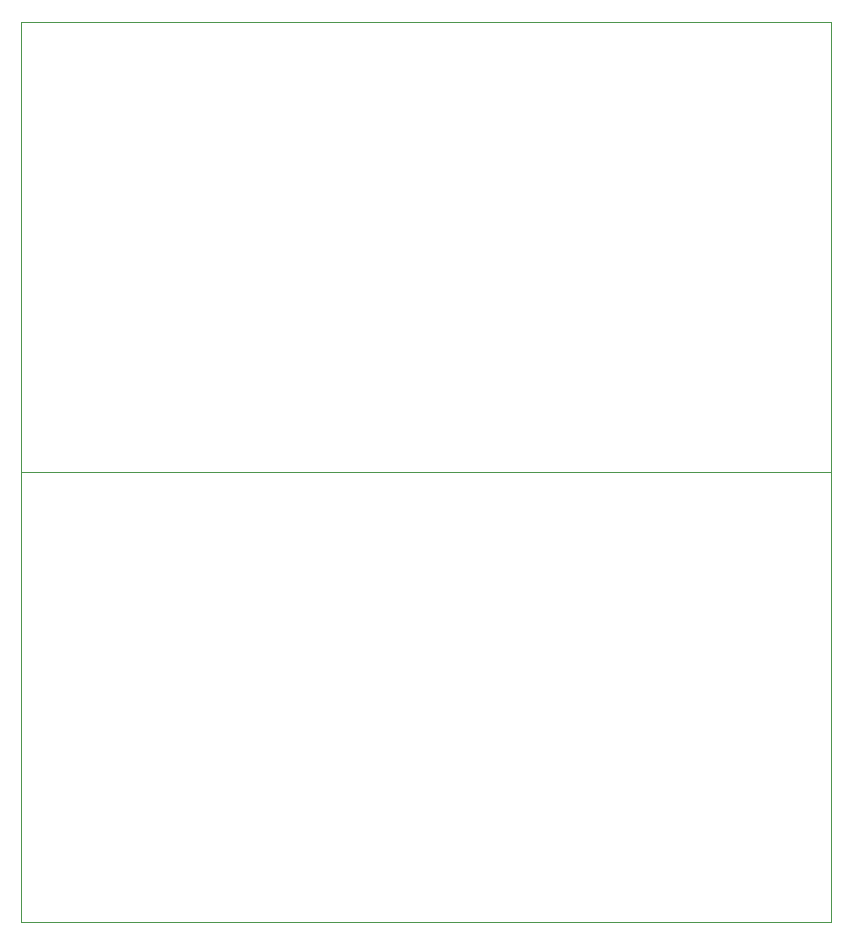
<source format=gbr>
G04 #@! TF.GenerationSoftware,KiCad,Pcbnew,5.1.5-52549c5~86~ubuntu18.04.1*
G04 #@! TF.CreationDate,2020-09-09T17:07:02-05:00*
G04 #@! TF.ProjectId,,58585858-5858-4585-9858-585858585858,rev?*
G04 #@! TF.SameCoordinates,Original*
G04 #@! TF.FileFunction,Profile,NP*
%FSLAX46Y46*%
G04 Gerber Fmt 4.6, Leading zero omitted, Abs format (unit mm)*
G04 Created by KiCad (PCBNEW 5.1.5-52549c5~86~ubuntu18.04.1) date 2020-09-09 17:07:02*
%MOMM*%
%LPD*%
G04 APERTURE LIST*
%ADD10C,0.050000*%
G04 APERTURE END LIST*
D10*
X174381200Y-89900800D02*
X174381200Y-128000800D01*
X105801200Y-89900800D02*
X174381200Y-89900800D01*
X105801200Y-128000800D02*
X174381200Y-128000800D01*
X105801200Y-89900800D02*
X105801200Y-128000800D01*
X174381200Y-51800800D02*
X174381200Y-89900800D01*
X105801200Y-89900800D02*
X174381200Y-89900800D01*
X105801200Y-51800800D02*
X174381200Y-51800800D01*
X105801200Y-51800800D02*
X105801200Y-89900800D01*
M02*

</source>
